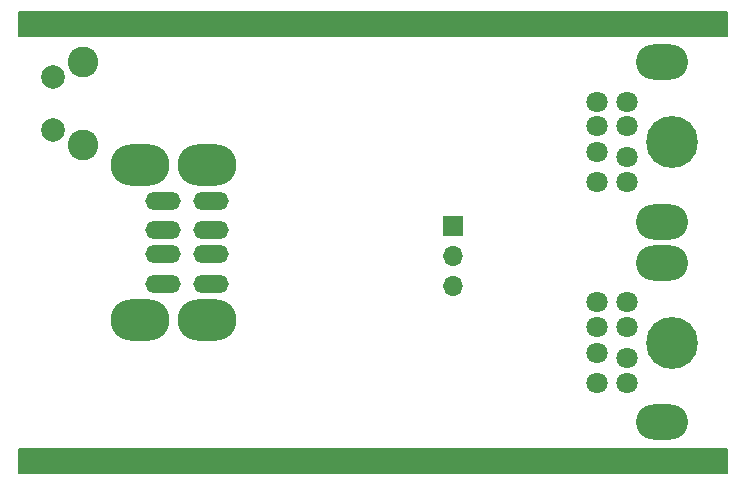
<source format=gbr>
%TF.GenerationSoftware,KiCad,Pcbnew,8.0.3*%
%TF.CreationDate,2024-07-18T19:47:18-07:00*%
%TF.ProjectId,ps2usb,70733275-7362-42e6-9b69-6361645f7063,rev?*%
%TF.SameCoordinates,Original*%
%TF.FileFunction,Soldermask,Bot*%
%TF.FilePolarity,Negative*%
%FSLAX46Y46*%
G04 Gerber Fmt 4.6, Leading zero omitted, Abs format (unit mm)*
G04 Created by KiCad (PCBNEW 8.0.3) date 2024-07-18 19:47:18*
%MOMM*%
%LPD*%
G01*
G04 APERTURE LIST*
%ADD10C,0.150000*%
%ADD11C,1.800000*%
%ADD12O,4.400000X3.000000*%
%ADD13C,4.400000*%
%ADD14R,1.700000X1.700000*%
%ADD15O,1.700000X1.700000*%
%ADD16C,2.000000*%
%ADD17C,2.600000*%
%ADD18O,3.000000X1.500000*%
%ADD19O,5.000000X3.500000*%
G04 APERTURE END LIST*
D10*
X100000003Y-117999989D02*
X160000003Y-117999989D01*
X160000003Y-119999989D01*
X100000003Y-119999989D01*
X100000003Y-117999989D01*
G36*
X100000003Y-117999989D02*
G01*
X160000003Y-117999989D01*
X160000003Y-119999989D01*
X100000003Y-119999989D01*
X100000003Y-117999989D01*
G37*
X100000003Y-80999989D02*
X160000003Y-80999989D01*
X160000003Y-82999989D01*
X100000003Y-82999989D01*
X100000003Y-80999989D01*
G36*
X100000003Y-80999989D02*
G01*
X160000003Y-80999989D01*
X160000003Y-82999989D01*
X100000003Y-82999989D01*
X100000003Y-80999989D01*
G37*
D11*
%TO.C,J2*%
X151500000Y-107700000D03*
X151500000Y-110300000D03*
X151500000Y-105600000D03*
X149000000Y-107700000D03*
X151500000Y-112400000D03*
X149000000Y-105600000D03*
X149000000Y-109900000D03*
X149000000Y-112400000D03*
D12*
X154500000Y-102250000D03*
D13*
X155300000Y-109000000D03*
D12*
X154500000Y-115750000D03*
%TD*%
D14*
%TO.C,J4*%
X136800000Y-99110000D03*
D15*
X136800000Y-101650000D03*
X136800000Y-104190000D03*
%TD*%
D16*
%TO.C,S1*%
X102930000Y-86500000D03*
X102930000Y-91000000D03*
D17*
X105430000Y-85250000D03*
X105430000Y-92250000D03*
%TD*%
D11*
%TO.C,J1*%
X151500000Y-90700000D03*
X151500000Y-93300000D03*
X151500000Y-88600000D03*
X149000000Y-90700000D03*
X151500000Y-95400000D03*
X149000000Y-88600000D03*
X149000000Y-92900000D03*
X149000000Y-95400000D03*
D12*
X154500000Y-85250000D03*
D13*
X155300000Y-92000000D03*
D12*
X154500000Y-98750000D03*
%TD*%
D18*
%TO.C,J3*%
X116280000Y-97000000D03*
X112260000Y-97000000D03*
X116280000Y-99500000D03*
X112260000Y-99500000D03*
X116280000Y-101500000D03*
X112260000Y-101500000D03*
X116280000Y-104000000D03*
X112260000Y-104000000D03*
D19*
X115930000Y-93930000D03*
X110250000Y-93930000D03*
X115930000Y-107070000D03*
X110250000Y-107070000D03*
%TD*%
M02*

</source>
